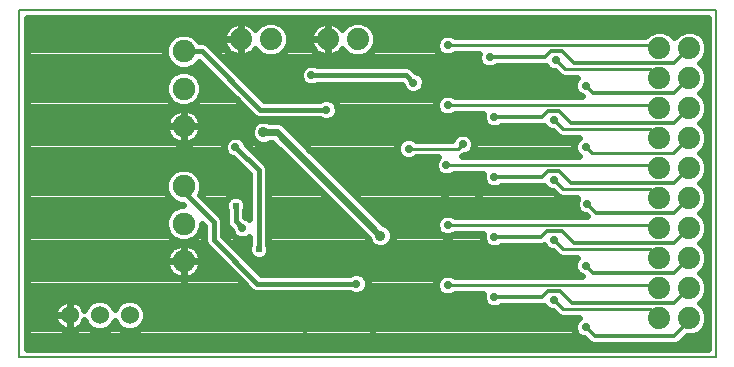
<source format=gbl>
G75*
G70*
%OFA0B0*%
%FSLAX24Y24*%
%IPPOS*%
%LPD*%
%AMOC8*
5,1,8,0,0,1.08239X$1,22.5*
%
%ADD10C,0.0080*%
%ADD11C,0.0740*%
%ADD12C,0.0750*%
%ADD13C,0.0600*%
%ADD14C,0.0100*%
%ADD15C,0.0280*%
%ADD16C,0.0240*%
%ADD17C,0.0240*%
%ADD18C,0.0160*%
%ADD19C,0.0120*%
%ADD20C,0.0356*%
D10*
X001620Y001620D02*
X001620Y013190D01*
X024862Y013190D01*
X024862Y001620D01*
X001620Y001620D01*
D11*
X009020Y012220D03*
X010020Y012220D03*
X011920Y012220D03*
X012920Y012220D03*
X022970Y011920D03*
X023970Y011920D03*
X023970Y010920D03*
X022970Y010920D03*
X022970Y009920D03*
X023970Y009920D03*
X023970Y008920D03*
X022970Y008920D03*
X022970Y007920D03*
X023970Y007920D03*
X023970Y006920D03*
X022970Y006920D03*
X022970Y005920D03*
X023970Y005920D03*
X023970Y004920D03*
X022970Y004920D03*
X022970Y003920D03*
X023970Y003920D03*
X023970Y002920D03*
X022970Y002920D03*
D12*
X007120Y004820D03*
X007120Y006070D03*
X007120Y007320D03*
X007120Y009320D03*
X007120Y010570D03*
X007120Y011820D03*
D13*
X005320Y003020D03*
X004320Y003020D03*
X003320Y003020D03*
D14*
X014620Y008570D02*
X016270Y008570D01*
X016420Y008720D01*
X015870Y008020D02*
X022820Y008020D01*
X022970Y007920D01*
X023470Y008420D02*
X020720Y008420D01*
X020520Y008620D01*
X019770Y009220D02*
X019470Y009520D01*
X019770Y009220D02*
X022670Y009220D01*
X022970Y008920D01*
X022970Y009920D02*
X022970Y010020D01*
X015920Y010020D01*
X019520Y011520D02*
X019820Y011220D01*
X022670Y011220D01*
X022870Y011020D01*
X022870Y010920D01*
X022970Y010920D01*
X022970Y011920D02*
X022870Y012020D01*
X015920Y012020D01*
X019470Y007520D02*
X019770Y007220D01*
X022670Y007220D01*
X022970Y006920D01*
X022870Y006020D02*
X015920Y006020D01*
X019470Y005520D02*
X019770Y005220D01*
X022670Y005220D01*
X022970Y004920D01*
X022970Y005920D02*
X022870Y006020D01*
X022820Y004020D02*
X015920Y004020D01*
X019470Y003520D02*
X019770Y003220D01*
X022670Y003220D01*
X022770Y003120D01*
X022770Y002920D01*
X022970Y002920D01*
X023970Y002920D02*
X023970Y002820D01*
X022970Y003920D02*
X022820Y004020D01*
D15*
X020520Y004670D03*
X019320Y004520D03*
X019470Y003520D03*
X020520Y002620D03*
X017470Y003620D03*
X015920Y004020D03*
X015870Y005020D03*
X017020Y005020D03*
X017470Y005620D03*
X015920Y006020D03*
X015820Y006970D03*
X016970Y007020D03*
X017470Y007620D03*
X015870Y008020D03*
X014620Y008570D03*
X015820Y009070D03*
X016420Y008720D03*
X016970Y009020D03*
X017470Y009620D03*
X015920Y010020D03*
X014770Y010770D03*
X015820Y011020D03*
X017020Y010970D03*
X017320Y011620D03*
X015920Y012020D03*
X019520Y011520D03*
X019420Y010570D03*
X020520Y010670D03*
X019470Y009520D03*
X020520Y008620D03*
X019370Y008470D03*
X019470Y007520D03*
X020570Y006720D03*
X019320Y006470D03*
X019470Y005520D03*
X013420Y002520D03*
X012870Y003620D03*
X012320Y003620D03*
X011770Y003620D03*
X011220Y003620D03*
X012870Y004070D03*
X011170Y002570D03*
X009070Y005920D03*
X008846Y008620D03*
X011870Y009864D03*
X011370Y011020D03*
D16*
X011017Y011160D02*
X008833Y011160D01*
X008594Y011399D02*
X011291Y011399D01*
X011294Y011400D02*
X011155Y011342D01*
X011048Y011235D01*
X010990Y011096D01*
X010990Y010944D01*
X011048Y010805D01*
X011155Y010698D01*
X011294Y010640D01*
X011446Y010640D01*
X011585Y010698D01*
X011587Y010700D01*
X014387Y010700D01*
X014390Y010697D01*
X014390Y010694D01*
X014448Y010555D01*
X014555Y010448D01*
X014694Y010390D01*
X014846Y010390D01*
X014985Y010448D01*
X015092Y010555D01*
X015150Y010694D01*
X015150Y010846D01*
X015092Y010985D01*
X014985Y011092D01*
X014846Y011150D01*
X014843Y011150D01*
X014701Y011291D01*
X014584Y011340D01*
X011587Y011340D01*
X011585Y011342D01*
X011446Y011400D01*
X011294Y011400D01*
X011449Y011399D02*
X017004Y011399D01*
X016998Y011405D02*
X017105Y011298D01*
X017244Y011240D01*
X017396Y011240D01*
X017535Y011298D01*
X017557Y011320D01*
X019192Y011320D01*
X019198Y011305D01*
X019305Y011198D01*
X019444Y011140D01*
X019490Y011140D01*
X019656Y010974D01*
X019762Y010930D01*
X020243Y010930D01*
X020198Y010885D01*
X020140Y010746D01*
X020140Y010594D01*
X020198Y010455D01*
X020305Y010348D01*
X020396Y010310D01*
X016167Y010310D01*
X016135Y010342D01*
X015996Y010400D01*
X015844Y010400D01*
X015705Y010342D01*
X015598Y010235D01*
X015540Y010096D01*
X015540Y009944D01*
X015598Y009805D01*
X015705Y009698D01*
X015844Y009640D01*
X015996Y009640D01*
X016135Y009698D01*
X016167Y009730D01*
X017104Y009730D01*
X017090Y009696D01*
X017090Y009544D01*
X017148Y009405D01*
X017255Y009298D01*
X017394Y009240D01*
X017546Y009240D01*
X017685Y009298D01*
X017707Y009320D01*
X019140Y009320D01*
X019141Y009321D01*
X019148Y009305D01*
X019255Y009198D01*
X019394Y009140D01*
X019440Y009140D01*
X019606Y008974D01*
X019712Y008930D01*
X020293Y008930D01*
X020198Y008835D01*
X020140Y008696D01*
X020140Y008544D01*
X020198Y008405D01*
X020293Y008310D01*
X016400Y008310D01*
X016434Y008324D01*
X016450Y008340D01*
X016496Y008340D01*
X016635Y008398D01*
X016742Y008505D01*
X016800Y008644D01*
X016800Y008796D01*
X016742Y008935D01*
X016635Y009042D01*
X016496Y009100D01*
X016344Y009100D01*
X016205Y009042D01*
X016098Y008935D01*
X016067Y008860D01*
X014867Y008860D01*
X014835Y008892D01*
X014696Y008950D01*
X014544Y008950D01*
X014405Y008892D01*
X014298Y008785D01*
X014240Y008646D01*
X014240Y008494D01*
X014298Y008355D01*
X014405Y008248D01*
X014544Y008190D01*
X014696Y008190D01*
X014835Y008248D01*
X014867Y008280D01*
X015593Y008280D01*
X015548Y008235D01*
X015490Y008096D01*
X015490Y007944D01*
X015548Y007805D01*
X015655Y007698D01*
X015794Y007640D01*
X015946Y007640D01*
X016085Y007698D01*
X016117Y007730D01*
X017104Y007730D01*
X017090Y007696D01*
X017090Y007544D01*
X017148Y007405D01*
X017255Y007298D01*
X017394Y007240D01*
X017546Y007240D01*
X017685Y007298D01*
X017707Y007320D01*
X019130Y007320D01*
X019140Y007324D01*
X019148Y007305D01*
X019255Y007198D01*
X019394Y007140D01*
X019440Y007140D01*
X019606Y006974D01*
X019712Y006930D01*
X020246Y006930D01*
X020190Y006796D01*
X020190Y006644D01*
X020248Y006505D01*
X020355Y006398D01*
X020494Y006340D01*
X020526Y006340D01*
X020556Y006310D01*
X016167Y006310D01*
X016135Y006342D01*
X015996Y006400D01*
X015844Y006400D01*
X015705Y006342D01*
X015598Y006235D01*
X015540Y006096D01*
X015540Y005944D01*
X015598Y005805D01*
X015705Y005698D01*
X015844Y005640D01*
X015996Y005640D01*
X016135Y005698D01*
X016167Y005730D01*
X017104Y005730D01*
X017090Y005696D01*
X017090Y005544D01*
X017148Y005405D01*
X017255Y005298D01*
X017394Y005240D01*
X017546Y005240D01*
X017685Y005298D01*
X017707Y005320D01*
X019080Y005320D01*
X019132Y005342D01*
X019148Y005305D01*
X019255Y005198D01*
X019394Y005140D01*
X019440Y005140D01*
X019606Y004974D01*
X019712Y004930D01*
X020243Y004930D01*
X020198Y004885D01*
X020140Y004746D01*
X020140Y004594D01*
X020198Y004455D01*
X020305Y004348D01*
X020396Y004310D01*
X016167Y004310D01*
X016135Y004342D01*
X015996Y004400D01*
X015844Y004400D01*
X015705Y004342D01*
X015598Y004235D01*
X015540Y004096D01*
X015540Y003944D01*
X015598Y003805D01*
X015705Y003698D01*
X015844Y003640D01*
X015996Y003640D01*
X016135Y003698D01*
X016167Y003730D01*
X017104Y003730D01*
X017090Y003696D01*
X017090Y003544D01*
X017148Y003405D01*
X017255Y003298D01*
X017394Y003240D01*
X017546Y003240D01*
X017685Y003298D01*
X017707Y003320D01*
X019130Y003320D01*
X019140Y003324D01*
X019148Y003305D01*
X019255Y003198D01*
X019394Y003140D01*
X019440Y003140D01*
X019606Y002974D01*
X019712Y002930D01*
X020293Y002930D01*
X020198Y002835D01*
X020140Y002696D01*
X020140Y002544D01*
X020198Y002405D01*
X020305Y002298D01*
X020444Y002240D01*
X020476Y002240D01*
X020650Y002066D01*
X020760Y002020D01*
X023530Y002020D01*
X023640Y002066D01*
X023724Y002150D01*
X023724Y002150D01*
X023884Y002310D01*
X024091Y002310D01*
X024316Y002403D01*
X024487Y002574D01*
X024582Y002574D01*
X024487Y002574D02*
X024580Y002799D01*
X024580Y003041D01*
X024487Y003266D01*
X024333Y003420D01*
X024487Y003574D01*
X024580Y003799D01*
X024580Y004041D01*
X024487Y004266D01*
X024333Y004420D01*
X024487Y004574D01*
X024580Y004799D01*
X024580Y005041D01*
X024487Y005266D01*
X024333Y005420D01*
X024487Y005574D01*
X024580Y005799D01*
X024580Y006041D01*
X024487Y006266D01*
X024333Y006420D01*
X024487Y006574D01*
X024580Y006799D01*
X024580Y007041D01*
X024487Y007266D01*
X024333Y007420D01*
X024487Y007574D01*
X024580Y007799D01*
X024580Y008041D01*
X024487Y008266D01*
X024333Y008420D01*
X024487Y008574D01*
X024580Y008799D01*
X024580Y009041D01*
X024487Y009266D01*
X024333Y009420D01*
X024487Y009574D01*
X024580Y009799D01*
X024580Y010041D01*
X024487Y010266D01*
X024333Y010420D01*
X024487Y010574D01*
X024580Y010799D01*
X024580Y011041D01*
X024487Y011266D01*
X024333Y011420D01*
X024487Y011574D01*
X024580Y011799D01*
X024580Y012041D01*
X024487Y012266D01*
X024316Y012437D01*
X024091Y012530D01*
X023849Y012530D01*
X023624Y012437D01*
X023470Y012283D01*
X023316Y012437D01*
X023091Y012530D01*
X022849Y012530D01*
X022624Y012437D01*
X022497Y012310D01*
X016167Y012310D01*
X016135Y012342D01*
X015996Y012400D01*
X015844Y012400D01*
X015705Y012342D01*
X015598Y012235D01*
X015540Y012096D01*
X015540Y011944D01*
X015598Y011805D01*
X015705Y011698D01*
X015844Y011640D01*
X015996Y011640D01*
X016135Y011698D01*
X016167Y011730D01*
X016954Y011730D01*
X016940Y011696D01*
X016940Y011544D01*
X016998Y011405D01*
X016940Y011637D02*
X013107Y011637D01*
X013041Y011610D02*
X013266Y011703D01*
X013437Y011874D01*
X013530Y012099D01*
X013530Y012341D01*
X013437Y012566D01*
X013266Y012737D01*
X013041Y012830D01*
X012799Y012830D01*
X012574Y012737D01*
X012403Y012566D01*
X012401Y012561D01*
X012370Y012604D01*
X012304Y012670D01*
X012229Y012725D01*
X012146Y012767D01*
X012058Y012795D01*
X011966Y012810D01*
X011920Y012810D01*
X011920Y012220D01*
X011920Y012220D01*
X011920Y012220D01*
X011330Y012220D01*
X011330Y012266D01*
X011345Y012358D01*
X011373Y012446D01*
X011415Y012529D01*
X011470Y012604D01*
X011536Y012670D01*
X011611Y012725D01*
X011694Y012767D01*
X011782Y012795D01*
X011874Y012810D01*
X011920Y012810D01*
X011920Y012220D01*
X011920Y011630D01*
X011966Y011630D01*
X012058Y011645D01*
X012146Y011673D01*
X012229Y011715D01*
X012304Y011770D01*
X012370Y011836D01*
X012401Y011879D01*
X012403Y011874D01*
X012574Y011703D01*
X012799Y011610D01*
X013041Y011610D01*
X012733Y011637D02*
X012011Y011637D01*
X011920Y011637D02*
X011920Y011637D01*
X011920Y011630D02*
X011920Y012220D01*
X011920Y012220D01*
X011330Y012220D01*
X011330Y012174D01*
X011345Y012082D01*
X011373Y011994D01*
X011415Y011911D01*
X011470Y011836D01*
X011536Y011770D01*
X011611Y011715D01*
X011694Y011673D01*
X011782Y011645D01*
X011874Y011630D01*
X011920Y011630D01*
X011829Y011637D02*
X010207Y011637D01*
X010141Y011610D02*
X010366Y011703D01*
X010537Y011874D01*
X010630Y012099D01*
X010630Y012341D01*
X010537Y012566D01*
X010366Y012737D01*
X010141Y012830D01*
X009899Y012830D01*
X009674Y012737D01*
X009503Y012566D01*
X009501Y012561D01*
X009470Y012604D01*
X009404Y012670D01*
X009329Y012725D01*
X009246Y012767D01*
X009158Y012795D01*
X009066Y012810D01*
X009020Y012810D01*
X009020Y012220D01*
X009020Y012220D01*
X009020Y012220D01*
X008430Y012220D01*
X008430Y012266D01*
X008445Y012358D01*
X008473Y012446D01*
X008515Y012529D01*
X008570Y012604D01*
X008636Y012670D01*
X008711Y012725D01*
X008794Y012767D01*
X008882Y012795D01*
X008974Y012810D01*
X009020Y012810D01*
X009020Y012220D01*
X009020Y011630D01*
X009066Y011630D01*
X009158Y011645D01*
X009246Y011673D01*
X009329Y011715D01*
X009404Y011770D01*
X009470Y011836D01*
X009501Y011879D01*
X009503Y011874D01*
X009674Y011703D01*
X009899Y011610D01*
X010141Y011610D01*
X009833Y011637D02*
X009111Y011637D01*
X009020Y011637D02*
X009020Y011637D01*
X009020Y011630D02*
X009020Y012220D01*
X009020Y012220D01*
X008430Y012220D01*
X008430Y012174D01*
X008445Y012082D01*
X008473Y011994D01*
X008515Y011911D01*
X008570Y011836D01*
X008636Y011770D01*
X008711Y011715D01*
X008794Y011673D01*
X008882Y011645D01*
X008974Y011630D01*
X009020Y011630D01*
X008929Y011637D02*
X008356Y011637D01*
X008541Y011876D02*
X008117Y011876D01*
X007901Y012091D02*
X007784Y012140D01*
X007653Y012140D01*
X007641Y012168D01*
X007468Y012341D01*
X007242Y012435D01*
X006998Y012435D01*
X006772Y012341D01*
X006599Y012168D01*
X006505Y011942D01*
X006505Y011698D01*
X006599Y011472D01*
X006772Y011299D01*
X006998Y011205D01*
X007242Y011205D01*
X007468Y011299D01*
X007629Y011459D01*
X009399Y009689D01*
X009489Y009599D01*
X009606Y009550D01*
X011647Y009550D01*
X011655Y009542D01*
X011794Y009484D01*
X011946Y009484D01*
X012085Y009542D01*
X012192Y009649D01*
X012250Y009789D01*
X012250Y009940D01*
X012192Y010079D01*
X012085Y010186D01*
X011946Y010244D01*
X011794Y010244D01*
X011664Y010190D01*
X009803Y010190D01*
X007901Y012091D01*
X007846Y012114D02*
X008439Y012114D01*
X008444Y012353D02*
X007441Y012353D01*
X006799Y012353D02*
X001900Y012353D01*
X001900Y012591D02*
X008560Y012591D01*
X009020Y012591D02*
X009020Y012591D01*
X009020Y012353D02*
X009020Y012353D01*
X009020Y012114D02*
X009020Y012114D01*
X009020Y011876D02*
X009020Y011876D01*
X009499Y011876D02*
X009502Y011876D01*
X010538Y011876D02*
X011441Y011876D01*
X011339Y012114D02*
X010630Y012114D01*
X010625Y012353D02*
X011344Y012353D01*
X011460Y012591D02*
X010512Y012591D01*
X010143Y012830D02*
X012797Y012830D01*
X013043Y012830D02*
X024582Y012830D01*
X024582Y012910D02*
X001900Y012910D01*
X001900Y001900D01*
X024582Y001900D01*
X024582Y012910D01*
X024582Y012591D02*
X013412Y012591D01*
X013525Y012353D02*
X015730Y012353D01*
X016110Y012353D02*
X022540Y012353D01*
X023400Y012353D02*
X023540Y012353D01*
X024400Y012353D02*
X024582Y012353D01*
X024582Y012114D02*
X024550Y012114D01*
X024580Y011876D02*
X024582Y011876D01*
X024582Y011637D02*
X024513Y011637D01*
X024582Y011399D02*
X024354Y011399D01*
X024531Y011160D02*
X024582Y011160D01*
X024580Y010922D02*
X024582Y010922D01*
X024582Y010683D02*
X024532Y010683D01*
X024582Y010445D02*
X024357Y010445D01*
X024512Y010206D02*
X024582Y010206D01*
X024580Y009968D02*
X024582Y009968D01*
X024582Y009729D02*
X024551Y009729D01*
X024582Y009491D02*
X024403Y009491D01*
X024493Y009252D02*
X024582Y009252D01*
X024580Y009014D02*
X024582Y009014D01*
X024570Y008775D02*
X024582Y008775D01*
X024582Y008537D02*
X024449Y008537D01*
X024455Y008298D02*
X024582Y008298D01*
X024572Y008060D02*
X024582Y008060D01*
X024580Y007821D02*
X024582Y007821D01*
X024582Y007583D02*
X024490Y007583D01*
X024409Y007344D02*
X024582Y007344D01*
X024582Y007106D02*
X024553Y007106D01*
X024580Y006867D02*
X024582Y006867D01*
X024582Y006629D02*
X024510Y006629D01*
X024582Y006390D02*
X024363Y006390D01*
X024534Y006152D02*
X024582Y006152D01*
X024580Y005913D02*
X024582Y005913D01*
X024582Y005675D02*
X024529Y005675D01*
X024582Y005436D02*
X024349Y005436D01*
X024515Y005198D02*
X024582Y005198D01*
X024580Y004959D02*
X024582Y004959D01*
X024582Y004721D02*
X024548Y004721D01*
X024582Y004482D02*
X024395Y004482D01*
X024496Y004244D02*
X024582Y004244D01*
X024580Y004005D02*
X024582Y004005D01*
X024567Y003767D02*
X024582Y003767D01*
X024582Y003528D02*
X024441Y003528D01*
X024463Y003290D02*
X024582Y003290D01*
X024576Y003051D02*
X024582Y003051D01*
X024580Y002813D02*
X024582Y002813D01*
X024582Y002336D02*
X024153Y002336D01*
X024582Y002097D02*
X023671Y002097D01*
X020619Y002097D02*
X001900Y002097D01*
X001900Y002336D02*
X020267Y002336D01*
X020140Y002574D02*
X005638Y002574D01*
X005626Y002562D02*
X005778Y002714D01*
X005860Y002913D01*
X005860Y003127D01*
X005778Y003326D01*
X005626Y003478D01*
X005427Y003560D01*
X005213Y003560D01*
X005014Y003478D01*
X004862Y003326D01*
X004820Y003224D01*
X004778Y003326D01*
X004626Y003478D01*
X004427Y003560D01*
X004213Y003560D01*
X004014Y003478D01*
X003862Y003326D01*
X003809Y003198D01*
X003802Y003220D01*
X003765Y003293D01*
X003717Y003359D01*
X003659Y003417D01*
X003593Y003465D01*
X003520Y003502D01*
X003442Y003527D01*
X003361Y003540D01*
X003320Y003540D01*
X003320Y003020D01*
X003320Y003020D01*
X003320Y003020D01*
X002800Y003020D01*
X002800Y003061D01*
X002813Y003142D01*
X002838Y003220D01*
X002875Y003293D01*
X002923Y003359D01*
X002981Y003417D01*
X003047Y003465D01*
X003120Y003502D01*
X003198Y003527D01*
X003279Y003540D01*
X003320Y003540D01*
X003320Y003020D01*
X003320Y002500D01*
X003361Y002500D01*
X003442Y002513D01*
X003520Y002538D01*
X003593Y002575D01*
X003659Y002623D01*
X003717Y002681D01*
X003765Y002747D01*
X003802Y002820D01*
X003809Y002842D01*
X003862Y002714D01*
X004014Y002562D01*
X004213Y002480D01*
X004427Y002480D01*
X004626Y002562D01*
X004778Y002714D01*
X004820Y002816D01*
X004862Y002714D01*
X005014Y002562D01*
X005213Y002480D01*
X005427Y002480D01*
X005626Y002562D01*
X005819Y002813D02*
X020188Y002813D01*
X019529Y003051D02*
X005860Y003051D01*
X005793Y003290D02*
X017275Y003290D01*
X017097Y003528D02*
X005505Y003528D01*
X005135Y003528D02*
X004505Y003528D01*
X004135Y003528D02*
X003437Y003528D01*
X003320Y003528D02*
X003320Y003528D01*
X003203Y003528D02*
X001900Y003528D01*
X001900Y003290D02*
X002874Y003290D01*
X002800Y003051D02*
X001900Y003051D01*
X001900Y002813D02*
X002842Y002813D01*
X002838Y002820D02*
X002875Y002747D01*
X002923Y002681D01*
X002981Y002623D01*
X003047Y002575D01*
X003120Y002538D01*
X003198Y002513D01*
X003279Y002500D01*
X003320Y002500D01*
X003320Y003020D01*
X003320Y003020D01*
X002800Y003020D01*
X002800Y002979D01*
X002813Y002898D01*
X002838Y002820D01*
X003320Y002813D02*
X003320Y002813D01*
X003320Y003051D02*
X003320Y003051D01*
X003320Y003290D02*
X003320Y003290D01*
X003766Y003290D02*
X003847Y003290D01*
X003821Y002813D02*
X003798Y002813D01*
X004002Y002574D02*
X003590Y002574D01*
X003320Y002574D02*
X003320Y002574D01*
X003050Y002574D02*
X001900Y002574D01*
X001900Y003767D02*
X009467Y003767D01*
X009506Y003750D02*
X009389Y003799D01*
X009299Y003889D01*
X007849Y005339D01*
X007800Y005456D01*
X007800Y005987D01*
X007735Y006052D01*
X007735Y005948D01*
X007641Y005722D01*
X007468Y005549D01*
X007242Y005455D01*
X006998Y005455D01*
X006772Y005549D01*
X006599Y005722D01*
X006505Y005948D01*
X006505Y006192D01*
X006599Y006418D01*
X006772Y006591D01*
X006998Y006685D01*
X007102Y006685D01*
X007082Y006705D01*
X006998Y006705D01*
X006772Y006799D01*
X006599Y006972D01*
X006505Y007198D01*
X006505Y007442D01*
X006599Y007668D01*
X006772Y007841D01*
X006998Y007935D01*
X007242Y007935D01*
X007468Y007841D01*
X007641Y007668D01*
X007735Y007442D01*
X007735Y007198D01*
X007665Y007028D01*
X008301Y006391D01*
X008391Y006301D01*
X008440Y006184D01*
X008440Y005653D01*
X009703Y004390D01*
X012653Y004390D01*
X012655Y004392D01*
X012794Y004450D01*
X012946Y004450D01*
X013085Y004392D01*
X013192Y004285D01*
X013250Y004146D01*
X013250Y003994D01*
X013192Y003855D01*
X013085Y003748D01*
X012946Y003690D01*
X012794Y003690D01*
X012655Y003748D01*
X012653Y003750D01*
X009506Y003750D01*
X009182Y004005D02*
X001900Y004005D01*
X001900Y004244D02*
X006969Y004244D01*
X006981Y004240D02*
X007073Y004225D01*
X007120Y004225D01*
X007167Y004225D01*
X007259Y004240D01*
X007348Y004269D01*
X007432Y004311D01*
X007508Y004366D01*
X007574Y004432D01*
X007629Y004508D01*
X007671Y004592D01*
X007700Y004681D01*
X007715Y004773D01*
X007715Y004820D01*
X007715Y004867D01*
X007700Y004959D01*
X008228Y004959D01*
X007990Y005198D02*
X007581Y005198D01*
X007574Y005208D02*
X007629Y005132D01*
X007671Y005048D01*
X007700Y004959D01*
X007715Y004820D02*
X007120Y004820D01*
X007120Y004820D01*
X007120Y004820D01*
X007120Y005415D01*
X007167Y005415D01*
X007259Y005400D01*
X007348Y005371D01*
X007432Y005329D01*
X007508Y005274D01*
X007574Y005208D01*
X007808Y005436D02*
X001900Y005436D01*
X001900Y005198D02*
X006659Y005198D01*
X006666Y005208D02*
X006611Y005132D01*
X006569Y005048D01*
X006540Y004959D01*
X001900Y004959D01*
X001900Y004721D02*
X006533Y004721D01*
X006540Y004681D02*
X006569Y004592D01*
X006611Y004508D01*
X006666Y004432D01*
X006732Y004366D01*
X006808Y004311D01*
X006892Y004269D01*
X006981Y004240D01*
X007120Y004244D02*
X007120Y004244D01*
X007120Y004225D02*
X007120Y004820D01*
X007715Y004820D01*
X007707Y004721D02*
X008467Y004721D01*
X008705Y004482D02*
X007610Y004482D01*
X007120Y004482D02*
X007120Y004482D01*
X007120Y004721D02*
X007120Y004721D01*
X007120Y004820D02*
X007120Y004820D01*
X007120Y004820D01*
X006525Y004820D01*
X006525Y004867D01*
X006540Y004959D01*
X006525Y004820D02*
X006525Y004773D01*
X006540Y004681D01*
X006525Y004820D02*
X007120Y004820D01*
X007120Y005415D01*
X007073Y005415D01*
X006981Y005400D01*
X006892Y005371D01*
X006808Y005329D01*
X006732Y005274D01*
X006666Y005208D01*
X007120Y005198D02*
X007120Y005198D01*
X007120Y004959D02*
X007120Y004959D01*
X007120Y004820D02*
X007120Y004225D01*
X007271Y004244D02*
X008944Y004244D01*
X009611Y004482D02*
X020187Y004482D01*
X020140Y004721D02*
X009372Y004721D01*
X009416Y004915D02*
X009548Y004860D01*
X009692Y004860D01*
X009824Y004915D01*
X009925Y005016D01*
X009980Y005148D01*
X009980Y005292D01*
X009940Y005388D01*
X009940Y007910D01*
X009891Y008027D01*
X009226Y008693D01*
X009226Y008696D01*
X009168Y008835D01*
X009061Y008942D01*
X008922Y009000D01*
X008770Y009000D01*
X008631Y008942D01*
X008524Y008835D01*
X008466Y008696D01*
X008466Y008544D01*
X008524Y008405D01*
X008631Y008298D01*
X008770Y008240D01*
X008773Y008240D01*
X009300Y007713D01*
X009300Y006227D01*
X009285Y006242D01*
X009170Y006290D01*
X009170Y006492D01*
X009210Y006588D01*
X009210Y006732D01*
X009155Y006864D01*
X009054Y006965D01*
X008922Y007020D01*
X008778Y007020D01*
X008646Y006965D01*
X008545Y006864D01*
X008490Y006732D01*
X008490Y006588D01*
X008530Y006492D01*
X008530Y006076D01*
X008579Y005959D01*
X008690Y005847D01*
X008690Y005844D01*
X008748Y005705D01*
X008855Y005598D01*
X008994Y005540D01*
X009146Y005540D01*
X009285Y005598D01*
X009300Y005613D01*
X009300Y005388D01*
X009260Y005292D01*
X009260Y005148D01*
X009315Y005016D01*
X009416Y004915D01*
X009372Y004959D02*
X009134Y004959D01*
X009260Y005198D02*
X008895Y005198D01*
X008657Y005436D02*
X009300Y005436D01*
X008778Y005675D02*
X008440Y005675D01*
X008440Y005913D02*
X008624Y005913D01*
X008530Y006152D02*
X008440Y006152D01*
X008530Y006390D02*
X008303Y006390D01*
X008490Y006629D02*
X008064Y006629D01*
X007826Y006867D02*
X008548Y006867D01*
X009152Y006867D02*
X009300Y006867D01*
X009300Y006629D02*
X009210Y006629D01*
X009170Y006390D02*
X009300Y006390D01*
X009940Y006390D02*
X012441Y006390D01*
X012202Y006629D02*
X009940Y006629D01*
X009940Y006867D02*
X011964Y006867D01*
X011725Y007106D02*
X009940Y007106D01*
X009940Y007344D02*
X011487Y007344D01*
X011248Y007583D02*
X009940Y007583D01*
X009940Y007821D02*
X011010Y007821D01*
X010771Y008060D02*
X009859Y008060D01*
X009621Y008298D02*
X010533Y008298D01*
X010294Y008537D02*
X009382Y008537D01*
X009533Y008766D02*
X009687Y008702D01*
X009853Y008702D01*
X009993Y008760D01*
X010071Y008760D01*
X013257Y005573D01*
X013316Y005433D01*
X013433Y005316D01*
X013587Y005252D01*
X013753Y005252D01*
X013907Y005316D01*
X014024Y005433D01*
X014088Y005587D01*
X014088Y005753D01*
X014024Y005907D01*
X013907Y006024D01*
X013767Y006083D01*
X010424Y009425D01*
X010292Y009480D01*
X009993Y009480D01*
X009853Y009538D01*
X009687Y009538D01*
X009533Y009474D01*
X009416Y009357D01*
X009352Y009203D01*
X009352Y009037D01*
X009416Y008883D01*
X009533Y008766D01*
X009524Y008775D02*
X009193Y008775D01*
X009362Y009014D02*
X007632Y009014D01*
X007629Y009008D02*
X007671Y009092D01*
X007700Y009181D01*
X007715Y009273D01*
X007715Y009320D01*
X007715Y009367D01*
X007700Y009459D01*
X007671Y009548D01*
X007629Y009632D01*
X007574Y009708D01*
X007508Y009774D01*
X007432Y009829D01*
X007348Y009871D01*
X007259Y009900D01*
X007167Y009915D01*
X007120Y009915D01*
X007120Y009320D01*
X007715Y009320D01*
X007120Y009320D01*
X007120Y009320D01*
X007120Y009320D01*
X007120Y008725D01*
X007167Y008725D01*
X007259Y008740D01*
X007348Y008769D01*
X007432Y008811D01*
X007508Y008866D01*
X007574Y008932D01*
X007629Y009008D01*
X007120Y009014D02*
X007120Y009014D01*
X006892Y008769D02*
X006808Y008811D01*
X006732Y008866D01*
X006666Y008932D01*
X006611Y009008D01*
X006569Y009092D01*
X006540Y009181D01*
X006525Y009273D01*
X006525Y009320D01*
X007120Y009320D01*
X007120Y009320D01*
X007120Y009320D01*
X007120Y009915D01*
X007073Y009915D01*
X006981Y009900D01*
X006892Y009871D01*
X006808Y009829D01*
X006732Y009774D01*
X006666Y009708D01*
X006611Y009632D01*
X006569Y009548D01*
X006540Y009459D01*
X006525Y009367D01*
X006525Y009320D01*
X007120Y009320D01*
X007120Y008725D01*
X007073Y008725D01*
X006981Y008740D01*
X006892Y008769D01*
X006879Y008775D02*
X001900Y008775D01*
X001900Y008537D02*
X008469Y008537D01*
X008499Y008775D02*
X007361Y008775D01*
X007120Y008775D02*
X007120Y008775D01*
X006608Y009014D02*
X001900Y009014D01*
X001900Y009252D02*
X006528Y009252D01*
X006550Y009491D02*
X001900Y009491D01*
X001900Y009729D02*
X006688Y009729D01*
X006772Y010049D02*
X006998Y009955D01*
X007242Y009955D01*
X007468Y010049D01*
X007641Y010222D01*
X007735Y010448D01*
X007735Y010692D01*
X007641Y010918D01*
X007468Y011091D01*
X007242Y011185D01*
X006998Y011185D01*
X006772Y011091D01*
X006599Y010918D01*
X006505Y010692D01*
X006505Y010448D01*
X006599Y010222D01*
X006772Y010049D01*
X006967Y009968D02*
X001900Y009968D01*
X001900Y010206D02*
X006614Y010206D01*
X006506Y010445D02*
X001900Y010445D01*
X001900Y010683D02*
X006505Y010683D01*
X006602Y010922D02*
X001900Y010922D01*
X001900Y011160D02*
X006937Y011160D01*
X006672Y011399D02*
X001900Y011399D01*
X001900Y011637D02*
X006530Y011637D01*
X006505Y011876D02*
X001900Y011876D01*
X001900Y012114D02*
X006576Y012114D01*
X007568Y011399D02*
X007689Y011399D01*
X007927Y011160D02*
X007303Y011160D01*
X007638Y010922D02*
X008166Y010922D01*
X008404Y010683D02*
X007735Y010683D01*
X007734Y010445D02*
X008643Y010445D01*
X008881Y010206D02*
X007626Y010206D01*
X007273Y009968D02*
X009120Y009968D01*
X009358Y009729D02*
X007552Y009729D01*
X007120Y009729D02*
X007120Y009729D01*
X007120Y009491D02*
X007120Y009491D01*
X007120Y009252D02*
X007120Y009252D01*
X007712Y009252D02*
X009372Y009252D01*
X009572Y009491D02*
X007690Y009491D01*
X009548Y010445D02*
X014563Y010445D01*
X014395Y010683D02*
X011549Y010683D01*
X011191Y010683D02*
X009310Y010683D01*
X009071Y010922D02*
X010999Y010922D01*
X011702Y010206D02*
X009787Y010206D01*
X009968Y009491D02*
X011779Y009491D01*
X011961Y009491D02*
X017112Y009491D01*
X017365Y009252D02*
X010597Y009252D01*
X010220Y009120D02*
X009770Y009120D01*
X010220Y009120D02*
X013670Y005670D01*
X014088Y005675D02*
X015761Y005675D01*
X015553Y005913D02*
X014018Y005913D01*
X013698Y006152D02*
X015563Y006152D01*
X015820Y006390D02*
X013459Y006390D01*
X013221Y006629D02*
X020197Y006629D01*
X020374Y006390D02*
X016020Y006390D01*
X016079Y005675D02*
X017090Y005675D01*
X017135Y005436D02*
X014026Y005436D01*
X013314Y005436D02*
X009940Y005436D01*
X009940Y005675D02*
X013156Y005675D01*
X012918Y005913D02*
X009940Y005913D01*
X009940Y006152D02*
X012679Y006152D01*
X012982Y006867D02*
X020220Y006867D01*
X019474Y007106D02*
X012744Y007106D01*
X012505Y007344D02*
X017209Y007344D01*
X017090Y007583D02*
X012267Y007583D01*
X012028Y007821D02*
X015541Y007821D01*
X015490Y008060D02*
X011790Y008060D01*
X011551Y008298D02*
X014355Y008298D01*
X014240Y008537D02*
X011313Y008537D01*
X011074Y008775D02*
X014294Y008775D01*
X015674Y009729D02*
X012225Y009729D01*
X012238Y009968D02*
X015540Y009968D01*
X015586Y010206D02*
X012038Y010206D01*
X010836Y009014D02*
X016176Y009014D01*
X016664Y009014D02*
X019566Y009014D01*
X019201Y009252D02*
X017575Y009252D01*
X017104Y009729D02*
X016166Y009729D01*
X014977Y010445D02*
X020208Y010445D01*
X020140Y010683D02*
X015145Y010683D01*
X015119Y010922D02*
X020234Y010922D01*
X019396Y011160D02*
X014833Y011160D01*
X015569Y011876D02*
X013438Y011876D01*
X013530Y012114D02*
X015548Y012114D01*
X012402Y011876D02*
X012399Y011876D01*
X011920Y011876D02*
X011920Y011876D01*
X011920Y012114D02*
X011920Y012114D01*
X011920Y012353D02*
X011920Y012353D01*
X011920Y012591D02*
X011920Y012591D01*
X012380Y012591D02*
X012428Y012591D01*
X009897Y012830D02*
X001900Y012830D01*
X009480Y012591D02*
X009528Y012591D01*
X016800Y008775D02*
X020173Y008775D01*
X020143Y008537D02*
X016755Y008537D01*
X019256Y005198D02*
X009980Y005198D01*
X009868Y004959D02*
X019642Y004959D01*
X019163Y003290D02*
X017665Y003290D01*
X015636Y003767D02*
X013104Y003767D01*
X013250Y004005D02*
X015540Y004005D01*
X015606Y004244D02*
X013209Y004244D01*
X007800Y005675D02*
X007594Y005675D01*
X007721Y005913D02*
X007800Y005913D01*
X006646Y005675D02*
X001900Y005675D01*
X001900Y005913D02*
X006519Y005913D01*
X006505Y006152D02*
X001900Y006152D01*
X001900Y006390D02*
X006587Y006390D01*
X006861Y006629D02*
X001900Y006629D01*
X001900Y006867D02*
X006703Y006867D01*
X006543Y007106D02*
X001900Y007106D01*
X001900Y007344D02*
X006505Y007344D01*
X006563Y007583D02*
X001900Y007583D01*
X001900Y007821D02*
X006751Y007821D01*
X007489Y007821D02*
X009192Y007821D01*
X008954Y008060D02*
X001900Y008060D01*
X001900Y008298D02*
X008631Y008298D01*
X009300Y007583D02*
X007677Y007583D01*
X007735Y007344D02*
X009300Y007344D01*
X009300Y007106D02*
X007697Y007106D01*
X006630Y004482D02*
X001900Y004482D01*
X004793Y003290D02*
X004847Y003290D01*
X004819Y002813D02*
X004821Y002813D01*
X005002Y002574D02*
X004638Y002574D01*
D17*
X009620Y005220D03*
X008850Y006660D03*
X009220Y007520D03*
D18*
X009620Y007846D02*
X008846Y008620D01*
X009620Y007846D02*
X009620Y005220D01*
X009070Y005920D02*
X008850Y006140D01*
X008850Y006660D01*
X008120Y006120D02*
X008120Y005520D01*
X009570Y004070D01*
X012870Y004070D01*
X008120Y006120D02*
X007120Y007120D01*
X007120Y007320D01*
X009670Y009870D02*
X011864Y009870D01*
X011870Y009864D01*
X009670Y009870D02*
X007720Y011820D01*
X007120Y011820D01*
X011370Y011020D02*
X014520Y011020D01*
X014770Y010770D01*
D19*
X017320Y011620D02*
X019170Y011620D01*
X019370Y011820D01*
X019720Y011820D01*
X020120Y011420D01*
X023470Y011420D01*
X023970Y011920D01*
X023970Y010920D02*
X023470Y010420D01*
X020770Y010420D01*
X020520Y010670D01*
X019630Y009810D02*
X019270Y009810D01*
X019080Y009620D01*
X017470Y009620D01*
X019630Y009810D02*
X020020Y009420D01*
X023470Y009420D01*
X023970Y009920D01*
X023970Y008920D02*
X023470Y008420D01*
X023970Y007920D02*
X023470Y007420D01*
X020020Y007420D01*
X019620Y007820D01*
X019270Y007820D01*
X019070Y007620D01*
X017470Y007620D01*
X020570Y006720D02*
X020870Y006420D01*
X023470Y006420D01*
X023970Y006920D01*
X023970Y005920D02*
X023470Y005420D01*
X020120Y005420D01*
X019720Y005820D01*
X019220Y005820D01*
X019020Y005620D01*
X017470Y005620D01*
X020520Y004670D02*
X020770Y004420D01*
X023470Y004420D01*
X023970Y004920D01*
X023970Y003920D02*
X023470Y003420D01*
X020070Y003420D01*
X019670Y003820D01*
X019270Y003820D01*
X019070Y003620D01*
X017470Y003620D01*
X020520Y002620D02*
X020820Y002320D01*
X023470Y002320D01*
X023970Y002820D01*
D20*
X013670Y005670D03*
X009770Y009120D03*
M02*

</source>
